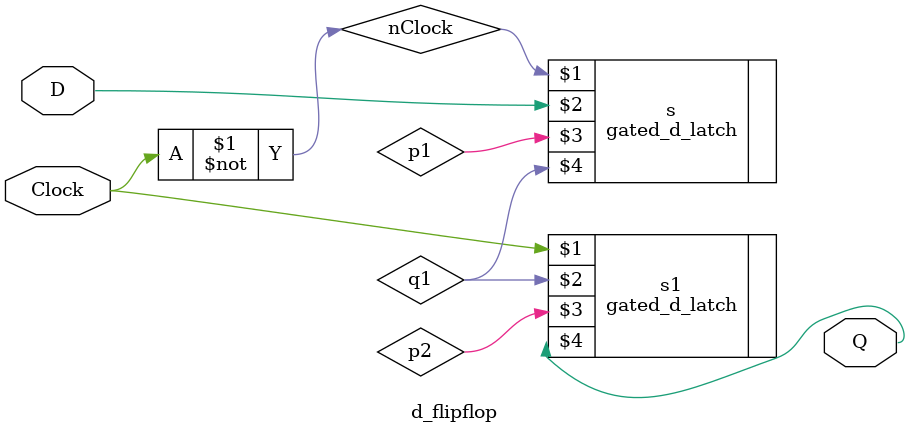
<source format=v>
module d_flipflop(Q,Clock,D);
    
    input Clock,D;
    output Q;
    wire nClock,p1,q1,p2;

    not  (nClock,Clock);
    gated_d_latch s(nClock,D,p1,q1);
    gated_d_latch s1(Clock,q1,p2,Q);

endmodule

</source>
